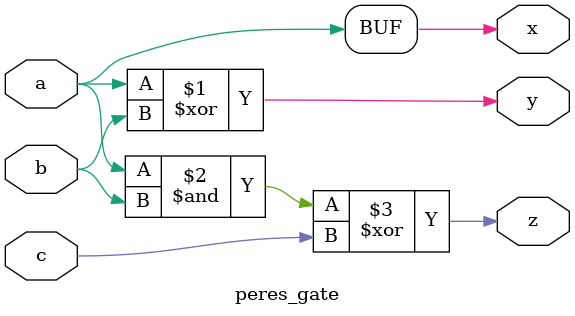
<source format=v>
`timescale 1ns / 1ps

module reversible_full_adder(input a, b, cin, output sum, carry);

    wire p, q, r;
    wire p1;

    peres_gate PG1 (
        .a(a), 
        .b(b), 
        .c(1'b0), 
        .x(p), 
        .y(q), 
        .z(r)       
    );
    
    peres_gate PG2 (
        .a(q), 
        .b(cin), 
        .c(r),     
        .x(p1), 
        .y(sum), 
        .z(carry)
    );

endmodule

module peres_gate (
    input a, b, c, 
    output x, y, z
);
    assign x = a;
    assign y = a ^ b;
    assign z = (a & b) ^ c;
endmodule

</source>
